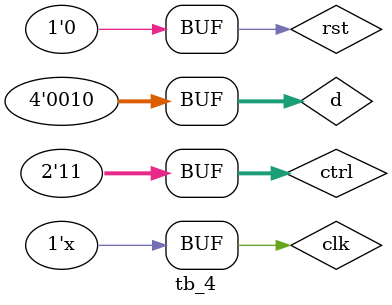
<source format=v>
module UniversalShiftRegister(q,ctrl,d,clk,rst);
input[3:0] d;
input clk,rst;
input [1:0]ctrl;
output [3:0] q;
reg [3:0] r_reg;
wire [3:0] r_next;

always @(posedge clk or posedge rst )begin
if(rst)
r_reg<=0;
else
r_reg<=r_next;
end
//always @(ctrl) begin
//case(ctrl)
//
// 2'b00 : assign r_next=r_reg;
//
// 2'b01 : assign r_next={r_reg[2:0],d[0]};
//
// 2'b10 : assign r_next={d[3],r_reg[3:1]};
//
// 2'b11 :  assign r_next=d;
//
//endcase
//end
/* i can't assign in always block*/
assign r_next=(ctrl==2'b00)? r_reg :
				  (ctrl==2'b01)? {r_reg[2:0],d[0]} :
				  (ctrl==2'b10)? {d[3],r_reg[3:1]} :
				    d;
assign q=r_reg;

endmodule
/***************************************************************/
/***************************************************************/
module tb_4();

reg[3:0] d;
reg clk,rst;
reg [1:0]ctrl;
wire [3:0] q;

UniversalShiftRegister obj (q,ctrl,d,clk,rst);
always begin
clk=~clk; #5;
end
initial begin
clk=0;rst=1;ctrl=0;d=0;
// zero at begining
#10 rst=0;
#10 ctrl=3;d=4'b1010;
#10 ctrl=1;
#10 ctrl=2;
#10 ctrl=0;
#10 ctrl=3; d=4'b0010;
end
endmodule

/***************************************************************/
</source>
